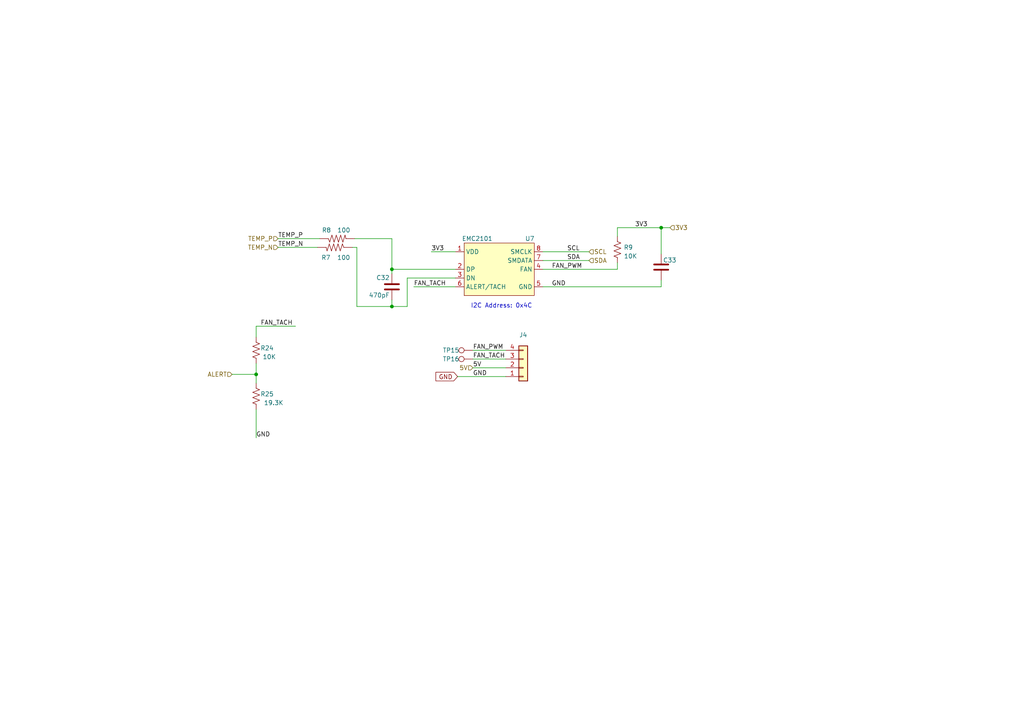
<source format=kicad_sch>
(kicad_sch (version 20211123) (generator eeschema)
  (paper "A4")
  (lib_symbols
    (symbol "Connector:TestPoint" (pin_numbers hide) (pin_names (offset 0.762) hide)
      (property "Reference" "TP" (at 0 6.858 0))
      (property "Value" "TestPoint" (at 0 5.08 0))
      (symbol "TestPoint_0_1"
        (circle (center 0 3.302) (radius 0.762))
      )
      (symbol "TestPoint_1_1"
        (pin passive line (at 0 0 90) (length 2.54) (name "1") (number "1"))
      )
    )
    (symbol "Connector_Generic:Conn_01x04" (pin_names (offset 1.016) hide)
      (property "Reference" "J" (at 0 5.08 0))
      (property "Value" "Conn_01x04" (at 0 -7.62 0))
      (symbol "Conn_01x04_1_1"
        (rectangle (start -1.27 -4.953) (end 0 -5.207) (stroke (width 0.1524)))
        (rectangle (start -1.27 -2.413) (end 0 -2.667) (stroke (width 0.1524)))
        (rectangle (start -1.27 0.127) (end 0 -0.127) (stroke (width 0.1524)))
        (rectangle (start -1.27 2.667) (end 0 2.413) (stroke (width 0.1524)))
        (rectangle (start -1.27 3.81) (end 1.27 -6.35) (stroke (width 0.254)) (fill (type background)))
        (pin passive line (at -5.08 2.54 0) (length 3.81) (name "Pin_1") (number "1"))
        (pin passive line (at -5.08 0 0) (length 3.81) (name "Pin_2") (number "2"))
        (pin passive line (at -5.08 -2.54 0) (length 3.81) (name "Pin_3") (number "3"))
        (pin passive line (at -5.08 -5.08 0) (length 3.81) (name "Pin_4") (number "4"))
      )
    )
    (symbol "DayMiner-eagle-import:RESISTOR0402-RES"
      (property "Reference" "R" (at -3.81 1.4986 0))
      (property "Value" "RESISTOR0402-RES" (at -3.81 -3.302 0))
      (symbol "RESISTOR0402-RES_1_0"
        (polyline (pts (xy -2.54 0) (xy -2.159 1.016)) (stroke (width 0.1524)))
        (polyline (pts (xy -2.159 1.016) (xy -1.524 -1.016)) (stroke (width 0.1524)))
        (polyline (pts (xy -1.524 -1.016) (xy -0.889 1.016)) (stroke (width 0.1524)))
        (polyline (pts (xy -0.889 1.016) (xy -0.254 -1.016)) (stroke (width 0.1524)))
        (polyline (pts (xy -0.254 -1.016) (xy 0.381 1.016)) (stroke (width 0.1524)))
        (polyline (pts (xy 0.381 1.016) (xy 1.016 -1.016)) (stroke (width 0.1524)))
        (polyline (pts (xy 1.016 -1.016) (xy 1.651 1.016)) (stroke (width 0.1524)))
        (polyline (pts (xy 1.651 1.016) (xy 2.286 -1.016)) (stroke (width 0.1524)))
        (polyline (pts (xy 2.286 -1.016) (xy 2.54 0)) (stroke (width 0.1524)))
        (pin passive line (at -5.08 0 0) (length 2.54) (name "1") (number "1"))
        (pin passive line (at 5.08 0 180) (length 2.54) (name "2") (number "2"))
      )
    )
    (symbol "Device:C" (pin_numbers hide) (pin_names (offset 0.254))
      (property "Reference" "C" (at 0.635 2.54 0))
      (property "Value" "C" (at 0.635 -2.54 0))
      (symbol "C_0_1"
        (polyline (pts (xy -2.032 -0.762) (xy 2.032 -0.762)) (stroke (width 0.508)))
        (polyline (pts (xy -2.032 0.762) (xy 2.032 0.762)) (stroke (width 0.508)))
      )
      (symbol "C_1_1"
        (pin passive line (at 0 3.81 270) (length 2.794) (name "~") (number "1"))
        (pin passive line (at 0 -3.81 90) (length 2.794) (name "~") (number "2"))
      )
    )
    (symbol "Device:R_US" (pin_numbers hide) (pin_names (offset 0))
      (property "Reference" "R" (at 2.54 0 90))
      (property "Value" "R_US" (at -2.54 0 90))
      (symbol "R_US_0_1"
        (polyline (pts (xy 0 -2.286) (xy 0 -2.54)))
        (polyline (pts (xy 0 2.286) (xy 0 2.54)))
        (polyline (pts (xy 0 -0.762) (xy 1.016 -1.143) (xy 0 -1.524) (xy -1.016 -1.905) (xy 0 -2.286)))
        (polyline (pts (xy 0 0.762) (xy 1.016 0.381) (xy 0 0) (xy -1.016 -0.381) (xy 0 -0.762)))
        (polyline (pts (xy 0 2.286) (xy 1.016 1.905) (xy 0 1.524) (xy -1.016 1.143) (xy 0 0.762)))
      )
      (symbol "R_US_1_1"
        (pin passive line (at 0 3.81 270) (length 1.27) (name "~") (number "1"))
        (pin passive line (at 0 -3.81 90) (length 1.27) (name "~") (number "2"))
      )
    )
    (symbol "dayminer:EMC2101"
      (property "Reference" "U" (at 8.89 8.89 0))
      (property "Value" "EMC2101" (at -6.35 8.89 0))
      (symbol "EMC2101_0_1"
        (rectangle (start -10.16 7.62) (end 10.16 -7.62) (stroke (width 0.1524)) (fill (type background)))
      )
      (symbol "EMC2101_1_1"
        (pin power_in line (at -12.7 5.08 0) (length 2.54) (name "VDD") (number "1"))
        (pin input line (at -12.7 0 0) (length 2.54) (name "DP") (number "2"))
        (pin input line (at -12.7 -2.54 0) (length 2.54) (name "DN") (number "3"))
        (pin output line (at 12.7 0 180) (length 2.54) (name "FAN") (number "4"))
        (pin power_in line (at 12.7 -5.08 180) (length 2.54) (name "GND") (number "5"))
        (pin input line (at -12.7 -5.08 0) (length 2.54) (name "ALERT/TACH") (number "6"))
        (pin input line (at 12.7 2.54 180) (length 2.54) (name "SMDATA") (number "7"))
        (pin input line (at 12.7 5.08 180) (length 2.54) (name "SMCLK") (number "8"))
      )
    )
  )
  (junction (at 113.665 78.105))
  (junction (at 74.295 108.585))
  (junction (at 191.77 66.04))
  (junction (at 113.665 88.9))
  (wire (pts (xy 157.48 73.025) (xy 170.815 73.025)))
  (wire (pts (xy 137.16 104.14) (xy 146.685 104.14)))
  (wire (pts (xy 80.645 71.755) (xy 92.075 71.755)))
  (wire (pts (xy 103.505 88.9) (xy 113.665 88.9)))
  (wire (pts (xy 179.07 66.04) (xy 191.77 66.04)))
  (wire (pts (xy 113.665 69.215) (xy 102.87 69.215)))
  (wire (pts (xy 194.31 66.04) (xy 191.77 66.04)))
  (wire (pts (xy 80.645 69.215) (xy 92.71 69.215)))
  (wire (pts (xy 132.715 109.22) (xy 146.685 109.22)))
  (wire (pts (xy 120.015 83.185) (xy 132.08 83.185)))
  (wire (pts (xy 157.48 75.565) (xy 170.815 75.565)))
  (wire (pts (xy 132.08 78.105) (xy 113.665 78.105)))
  (wire (pts (xy 125.095 73.025) (xy 132.08 73.025)))
  (wire (pts (xy 118.11 88.9) (xy 118.11 80.645)))
  (wire (pts (xy 191.77 81.28) (xy 191.77 83.185)))
  (wire (pts (xy 103.505 71.755) (xy 102.235 71.755)))
  (wire (pts (xy 113.665 78.105) (xy 113.665 79.375)))
  (wire (pts (xy 74.295 105.41) (xy 74.295 108.585)))
  (wire (pts (xy 191.77 66.04) (xy 191.77 73.66)))
  (wire (pts (xy 113.665 78.105) (xy 113.665 69.215)))
  (wire (pts (xy 179.07 66.04) (xy 179.07 68.58)))
  (wire (pts (xy 113.665 88.9) (xy 118.11 88.9)))
  (wire (pts (xy 179.07 78.105) (xy 179.07 76.2)))
  (wire (pts (xy 74.295 108.585) (xy 74.295 111.125)))
  (wire (pts (xy 103.505 71.755) (xy 103.505 88.9)))
  (wire (pts (xy 137.16 101.6) (xy 146.685 101.6)))
  (wire (pts (xy 67.31 108.585) (xy 74.295 108.585)))
  (wire (pts (xy 157.48 83.185) (xy 191.77 83.185)))
  (wire (pts (xy 74.295 97.79) (xy 74.295 94.615)))
  (wire (pts (xy 137.16 106.68) (xy 146.685 106.68)))
  (wire (pts (xy 157.48 78.105) (xy 179.07 78.105)))
  (wire (pts (xy 132.08 80.645) (xy 118.11 80.645)))
  (wire (pts (xy 113.665 86.995) (xy 113.665 88.9)))
  (wire (pts (xy 74.295 94.615) (xy 85.725 94.615)))
  (wire (pts (xy 74.295 118.745) (xy 74.295 127)))
  (text "I2C Address: 0x4C" (at 136.525 89.535 0) (effects (font (size 1.27 1.27)) (justify left bottom)))
  (label "GND" (at 74.295 127 0))
  (label "FAN_PWM" (at 160.02 78.105 0))
  (label "TEMP_P" (at 80.645 69.215 0))
  (label "GND" (at 160.02 83.185 0))
  (label "SCL" (at 164.465 73.025 0))
  (label "FAN_TACH" (at 120.015 83.185 0))
  (label "GND" (at 137.16 109.22 0))
  (label "FAN_PWM" (at 137.16 101.6 0))
  (label "3V3" (at 184.15 66.04 0))
  (label "3V3" (at 125.095 73.025 0))
  (label "TEMP_N" (at 80.645 71.755 0))
  (label "5V" (at 137.16 106.68 0))
  (label "SDA" (at 164.465 75.565 0))
  (label "FAN_TACH" (at 75.565 94.615 0))
  (label "FAN_TACH" (at 137.16 104.14 0))
  (global_label "GND" (shape input) (at 132.715 109.22 180) (property "Intersheet References" "${INTERSHEET_REFS}" (effects hide)))
  (hierarchical_label "5V" (shape input) (at 137.16 106.68 180))
  (hierarchical_label "TEMP_P" (shape input) (at 80.645 69.215 180))
  (hierarchical_label "ALERT" (shape input) (at 67.31 108.585 180))
  (hierarchical_label "SCL" (shape input) (at 170.815 73.025 0))
  (hierarchical_label "TEMP_N" (shape input) (at 80.645 71.755 180))
  (hierarchical_label "SDA" (shape input) (at 170.815 75.565 0))
  (hierarchical_label "3V3" (shape input) (at 194.31 66.04 0))
  (symbol (lib_id "Connector:TestPoint") (at 137.16 101.6 90) (mirror x) (unit 1)
    (property "Reference" "TP15" (at 130.81 101.6 90))
    (property "Value" "TestPoint" (effects hide))
    (property "Footprint" "TestPoint:TestPoint_Pad_D1.5mm" (effects hide))
    (property "DNP" "T" (effects hide))
  )
  (symbol (lib_id "Device:C") (at 191.77 77.47 0) (mirror y) (unit 1)
    (property "Reference" "C33" (at 196.215 76.2 0) (effects (justify left bottom)))
    (property "Value" "0.1uF" (at 198.12 80.645 0) (effects (justify left bottom)))
    (property "Footprint" "Capacitor_SMD:C_0402_1005Metric" (effects hide))
    (property "Value" "311-3342-1-ND" (effects hide))
    (property "DK" "1292-1639-1-ND" (effects hide))
  )
  (symbol (lib_id "Device:R_US") (at 74.295 101.6 180) (unit 1)
    (property "Reference" "R24" (at 77.47 100.965 0))
    (property "Value" "10K" (at 78.105 103.505 0))
    (property "Footprint" "Resistor_SMD:R_0402_1005Metric" (effects hide))
    (property "DK" "YAG1346CT-ND" (effects hide))
  )
  (symbol (lib_id "DayMiner-eagle-import:RESISTOR0402-RES") (at 97.79 69.215 0) (mirror x) (unit 1)
    (property "Reference" "R8" (at 93.345 66.04 0) (effects (justify left bottom)))
    (property "Value" "100" (at 97.79 66.04 0) (effects (justify left bottom)))
    (property "Footprint" "Resistor_SMD:R_0402_1005Metric" (effects hide))
    (property "DK" "RMCF0402FT100RCT-ND" (effects hide))
  )
  (symbol (lib_id "Connector_Generic:Conn_01x04") (at 151.765 106.68 0) (mirror x) (unit 1)
    (property "Reference" "J4" (at 151.765 97.155 0))
    (property "Value" "Conn_01x04" (effects hide))
    (property "Footprint" "Connector_Molex:Molex_KK-254_AE-6410-04A_1x04_P2.54mm_Vertical" (effects hide))
    (property "PARTNO" "0022232041" (effects hide))
    (property "DK" "WM4202-ND" (effects hide))
  )
  (symbol (lib_id "Device:R_US") (at 74.295 114.935 180) (unit 1)
    (property "Reference" "R25" (at 77.47 114.3 0))
    (property "Value" "19.3K" (at 79.375 116.84 0))
    (property "Footprint" "Resistor_SMD:R_0402_1005Metric" (effects hide))
  )
  (symbol (lib_id "Device:C") (at 113.665 83.185 0) (mirror y) (unit 1)
    (property "Reference" "C32" (at 113.03 81.28 0) (effects (justify left bottom)))
    (property "Value" "470pF" (at 113.03 86.36 0) (effects (justify left bottom)))
    (property "Footprint" "Capacitor_SMD:C_0402_1005Metric" (effects hide))
  )
  (symbol (lib_id "Connector:TestPoint") (at 137.16 104.14 90) (mirror x) (unit 1)
    (property "Reference" "TP16" (at 130.81 104.14 90))
    (property "Value" "TestPoint" (effects hide))
    (property "Footprint" "TestPoint:TestPoint_Pad_D1.5mm" (effects hide))
    (property "DNP" "T" (effects hide))
  )
  (symbol (lib_id "DayMiner-eagle-import:RESISTOR0402-RES") (at 97.155 71.755 0) (mirror y) (unit 1)
    (property "Reference" "R7" (at 95.885 75.435 0) (effects (justify left bottom)))
    (property "Value" "100" (at 101.6 75.435 0) (effects (justify left bottom)))
    (property "Footprint" "Resistor_SMD:R_0402_1005Metric" (effects hide))
    (property "DK" "RMCF0402FT100RCT-ND" (effects hide))
  )
  (symbol (lib_id "Device:R_US") (at 179.07 72.39 180) (unit 1)
    (property "Reference" "R9" (at 182.245 71.755 0))
    (property "Value" "10K" (at 182.88 74.295 0))
    (property "Footprint" "Resistor_SMD:R_0402_1005Metric" (effects hide))
    (property "DK" "YAG1346CT-ND" (effects hide))
  )
  (symbol (lib_id "dayminer:EMC2101") (at 144.78 78.105 0) (unit 1)
    (property "Reference" "U7" (at 153.67 69.215 0))
    (property "Value" "EMC2101" (at 138.43 69.215 0))
    (property "Footprint" "Package_SO:TSSOP-8_3x3mm_P0.65mm" (effects hide))
    (property "Datasheet" "https://ww1.microchip.com/downloads/en/DeviceDoc/2101.pdf" (effects hide))
    (property "DK" "EMC2101-R-ACZL-CT-ND" (effects hide))
    (property "PARTNO" "EMC2101-R-ACZL-TR" (effects hide))
  )
)
</source>
